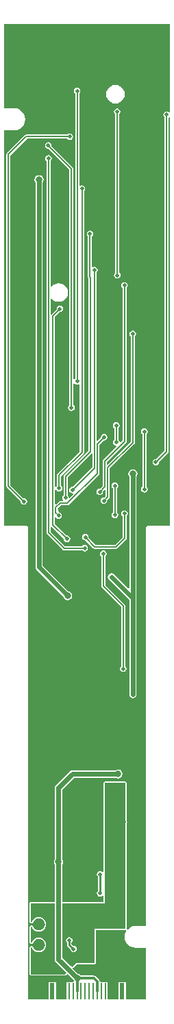
<source format=gbl>
%FSLAX25Y25*%
%MOIN*%
G70*
G01*
G75*
G04 Layer_Physical_Order=2*
G04 Layer_Color=16711680*
%ADD10R,0.07874X0.10000*%
%ADD11R,0.02756X0.06102*%
%ADD12R,0.02756X0.13386*%
%ADD13R,0.06299X0.07480*%
%ADD14R,0.03150X0.03937*%
%ADD15R,0.03150X0.03543*%
%ADD16R,0.03150X0.03543*%
%ADD17C,0.05906*%
%ADD18R,0.05118X0.15748*%
%ADD19R,0.03150X0.02559*%
%ADD20R,0.02362X0.00787*%
%ADD21R,0.03150X0.00787*%
%ADD22R,0.00787X0.02362*%
%ADD23R,0.00787X0.03150*%
%ADD24R,0.05118X0.05118*%
%ADD25R,0.05906X0.03937*%
%ADD26R,0.05906X0.12992*%
%ADD27R,0.01063X0.07874*%
%ADD28R,0.02362X0.07874*%
%ADD29R,0.02165X0.02559*%
%ADD30R,0.01575X0.03937*%
%ADD31R,0.02362X0.02756*%
%ADD32R,0.03937X0.01575*%
%ADD33R,0.01181X0.07874*%
%ADD34O,0.01181X0.07874*%
%ADD35R,0.02559X0.02165*%
%ADD36R,0.03543X0.03150*%
%ADD37R,0.03543X0.03150*%
%ADD38R,0.02756X0.02362*%
%ADD39R,0.03937X0.03150*%
%ADD40R,0.07874X0.07874*%
%ADD41C,0.00787*%
%ADD42C,0.01000*%
%ADD43C,0.02362*%
%ADD44C,0.01181*%
%ADD45C,0.01575*%
%ADD46C,0.03150*%
%ADD47C,0.01969*%
G36*
X60180Y-441588D02*
X60316Y-441765D01*
X60434Y-442051D01*
X60318Y-442202D01*
X59782Y-443495D01*
X59600Y-444882D01*
X59782Y-446270D01*
X60318Y-447563D01*
X61170Y-448673D01*
X62280Y-449525D01*
X63573Y-450060D01*
X64961Y-450243D01*
Y-450216D01*
X69863D01*
Y-475375D01*
X60210D01*
Y-466812D01*
X56666D01*
Y-475375D01*
X51410D01*
Y-466812D01*
X48673D01*
X47556Y-466589D01*
X47464Y-466128D01*
X47203Y-465737D01*
X47203Y-465737D01*
X45496Y-464030D01*
X45105Y-463769D01*
X44644Y-463678D01*
X44644Y-463678D01*
X38360D01*
X38122Y-463321D01*
X37406Y-462842D01*
X36994Y-462760D01*
X34370Y-460136D01*
X34400Y-460070D01*
D01*
X34400D01*
D01*
D01*
X34400Y-460070D01*
D01*
X34512Y-459973D01*
X34649Y-459916D01*
X36406Y-458159D01*
X44833D01*
X44951Y-458110D01*
X45078Y-458110D01*
X45168Y-458073D01*
D01*
D01*
X45168Y-458073D01*
X45258Y-457983D01*
X45285Y-457972D01*
X45297Y-457944D01*
X45341Y-457900D01*
X45385Y-457856D01*
X45413Y-457844D01*
X45424Y-457817D01*
X45514Y-457727D01*
X45514Y-457727D01*
X45514Y-457727D01*
Y-457727D01*
Y-457727D01*
X45514D01*
X45514D01*
X45514Y-457727D01*
Y-457727D01*
X45551Y-457637D01*
Y-457582D01*
X45600Y-457393D01*
X45600Y-457393D01*
X45600Y-457393D01*
Y-441663D01*
X59873D01*
X59935Y-441637D01*
X60000D01*
X60055Y-441614D01*
X60118D01*
X60180Y-441588D01*
X60180Y-441588D01*
D02*
G37*
G36*
X25674Y-455801D02*
X25811Y-456493D01*
X26203Y-457079D01*
X31393Y-462268D01*
X31143Y-462519D01*
X30680Y-462981D01*
X30463Y-463071D01*
X14104D01*
X14014Y-463034D01*
X13976Y-462944D01*
Y-450246D01*
X14378Y-449949D01*
X14562Y-450004D01*
X14795Y-450567D01*
X15363Y-451307D01*
X16103Y-451875D01*
X16965Y-452232D01*
X17890Y-452354D01*
X18815Y-452232D01*
X19677Y-451875D01*
X20417Y-451307D01*
X20985Y-450567D01*
X21342Y-449705D01*
X21464Y-448780D01*
X21342Y-447855D01*
X20985Y-446993D01*
X20417Y-446253D01*
X19677Y-445685D01*
X18815Y-445328D01*
X17890Y-445206D01*
X16965Y-445328D01*
X16103Y-445685D01*
X15363Y-446253D01*
X14795Y-446993D01*
X14562Y-447556D01*
X14378Y-447611D01*
X13976Y-447314D01*
Y-440246D01*
X14378Y-439949D01*
X14562Y-440004D01*
X14795Y-440567D01*
X15363Y-441307D01*
X16103Y-441875D01*
X16965Y-442232D01*
X17890Y-442354D01*
X18815Y-442232D01*
X19677Y-441875D01*
X20417Y-441307D01*
X20985Y-440567D01*
X21342Y-439705D01*
X21464Y-438780D01*
X21342Y-437855D01*
X20985Y-436993D01*
X20417Y-436253D01*
X19677Y-435685D01*
X18815Y-435328D01*
X17890Y-435206D01*
X16965Y-435328D01*
X16103Y-435685D01*
X15363Y-436253D01*
X14795Y-436993D01*
X14562Y-437556D01*
X14378Y-437611D01*
X13976Y-437314D01*
Y-428631D01*
X14014Y-428541D01*
X14104Y-428504D01*
X25674D01*
Y-455801D01*
D02*
G37*
G36*
X59963Y-370037D02*
X60000Y-370127D01*
Y-388292D01*
Y-389814D01*
Y-440998D01*
X59935D01*
X59873Y-441024D01*
X44961D01*
Y-441663D01*
X44961Y-441663D01*
X44961D01*
Y-457393D01*
X44923Y-457482D01*
X44833Y-457520D01*
X36102D01*
Y-457559D01*
X35954Y-457707D01*
X34197Y-459464D01*
X33197Y-458964D01*
X29287Y-455053D01*
Y-428504D01*
X50000D01*
Y-370127D01*
X50037Y-370037D01*
X50127Y-370000D01*
X59873D01*
X59963Y-370037D01*
D02*
G37*
G36*
X81674Y-43597D02*
X81214Y-43904D01*
X80693Y-43556D01*
X80079Y-43434D01*
X79464Y-43556D01*
X78943Y-43904D01*
X78595Y-44425D01*
X78473Y-45039D01*
X78595Y-45654D01*
X78943Y-46175D01*
X79075Y-46263D01*
Y-208403D01*
X74996Y-212483D01*
X74810Y-212446D01*
X74195Y-212568D01*
X73675Y-212916D01*
X73327Y-213437D01*
X73204Y-214052D01*
X73327Y-214666D01*
X73675Y-215187D01*
X74195Y-215535D01*
X74810Y-215657D01*
X75424Y-215535D01*
X75945Y-215187D01*
X76293Y-214666D01*
X76416Y-214052D01*
X76391Y-213926D01*
X80788Y-209528D01*
X81006Y-209203D01*
X81082Y-208819D01*
Y-46617D01*
X81523Y-46381D01*
X81674Y-46482D01*
Y-245060D01*
X70866D01*
X70482Y-245136D01*
X70157Y-245354D01*
X69939Y-245679D01*
X69863Y-246063D01*
Y-439548D01*
X64961D01*
Y-439521D01*
X63573Y-439704D01*
X62280Y-440239D01*
X61170Y-441091D01*
X61097Y-441187D01*
X60639Y-440998D01*
Y-389814D01*
X60737Y-389668D01*
X60859Y-389053D01*
X60737Y-388439D01*
X60639Y-388292D01*
Y-370127D01*
X60590Y-370010D01*
X60590Y-369882D01*
X60553Y-369793D01*
D01*
D01*
X60553Y-369793D01*
X60463Y-369703D01*
X60452Y-369675D01*
X60424Y-369664D01*
X60380Y-369620D01*
X60336Y-369576D01*
X60325Y-369548D01*
X60297Y-369537D01*
X60207Y-369447D01*
X60207Y-369447D01*
D01*
D01*
X60118Y-369409D01*
X59990Y-369409D01*
X59873Y-369361D01*
X50127D01*
X50010Y-369409D01*
X49883Y-369409D01*
X49793Y-369447D01*
D01*
D01*
X49793Y-369447D01*
X49703Y-369537D01*
X49675Y-369548D01*
X49664Y-369576D01*
X49620Y-369620D01*
X49576Y-369664D01*
X49548Y-369675D01*
X49537Y-369703D01*
X49447Y-369793D01*
X49447Y-369793D01*
D01*
D01*
X49409Y-369882D01*
X49409Y-370010D01*
X49361Y-370127D01*
Y-413233D01*
X48882Y-413378D01*
X48812Y-413274D01*
X48292Y-412926D01*
X47677Y-412804D01*
X47063Y-412926D01*
X46542Y-413274D01*
X46194Y-413795D01*
X46071Y-414409D01*
X46194Y-415024D01*
X46542Y-415545D01*
X46565Y-415560D01*
Y-422471D01*
X46542Y-422487D01*
X46194Y-423008D01*
X46071Y-423622D01*
X46194Y-424236D01*
X46542Y-424757D01*
X47063Y-425105D01*
X47677Y-425228D01*
X48292Y-425105D01*
X48812Y-424757D01*
X48882Y-424653D01*
X49361Y-424798D01*
Y-427865D01*
X29287D01*
Y-409580D01*
X29520Y-409231D01*
X29688Y-408386D01*
X29520Y-407541D01*
X29287Y-407192D01*
Y-373110D01*
X34961Y-367436D01*
X55223D01*
X55572Y-367670D01*
X56417Y-367838D01*
X57262Y-367670D01*
X57978Y-367191D01*
X58457Y-366475D01*
X58625Y-365630D01*
X58457Y-364785D01*
X57978Y-364069D01*
X57262Y-363590D01*
X56417Y-363422D01*
X55572Y-363590D01*
X55223Y-363824D01*
X34213D01*
X33521Y-363961D01*
X32935Y-364353D01*
X26203Y-371085D01*
X25811Y-371671D01*
X25674Y-372362D01*
X25674Y-372362D01*
X25674D01*
X25674Y-372362D01*
X25674D01*
Y-407192D01*
X25441Y-407541D01*
X25273Y-408386D01*
X25441Y-409231D01*
X25674Y-409580D01*
Y-427865D01*
X14104D01*
X13986Y-427913D01*
X13859Y-427913D01*
X13769Y-427951D01*
D01*
D01*
X13769Y-427951D01*
X13679Y-428041D01*
X13652Y-428052D01*
X13640Y-428080D01*
X13596Y-428124D01*
X13552Y-428168D01*
X13524Y-428179D01*
X13513Y-428207D01*
X13423Y-428297D01*
X13423Y-428297D01*
D01*
D01*
X13386Y-428386D01*
X13386Y-428514D01*
X13337Y-428631D01*
Y-437314D01*
X13356Y-437359D01*
X13344Y-437407D01*
X13447Y-437580D01*
X13524Y-437766D01*
X13570Y-437784D01*
X13596Y-437827D01*
X13997Y-438125D01*
X14045Y-438137D01*
X14077Y-438175D01*
X14277Y-438195D01*
X14472Y-438244D01*
X14514Y-438218D01*
X14564Y-438223D01*
X14748Y-438167D01*
X14773Y-438146D01*
X14807D01*
X14959Y-437994D01*
X15126Y-437857D01*
X15129Y-437824D01*
X15153Y-437800D01*
X15353Y-437315D01*
X15819Y-436709D01*
X16425Y-436243D01*
X17132Y-435951D01*
X17890Y-435851D01*
X18648Y-435951D01*
X19355Y-436243D01*
X19961Y-436709D01*
X20427Y-437315D01*
X20719Y-438022D01*
X20819Y-438780D01*
X20719Y-439538D01*
X20427Y-440245D01*
X19961Y-440851D01*
X19355Y-441317D01*
X18648Y-441609D01*
X17890Y-441709D01*
X17132Y-441609D01*
X16425Y-441317D01*
X15819Y-440851D01*
X15353Y-440245D01*
X15152Y-439760D01*
X15129Y-439736D01*
X15126Y-439703D01*
X14959Y-439566D01*
X14807Y-439414D01*
X14773D01*
X14747Y-439393D01*
X14563Y-439337D01*
X14514Y-439342D01*
X14472Y-439316D01*
X14277Y-439365D01*
X14077Y-439385D01*
X14045Y-439423D01*
X13997Y-439435D01*
X13596Y-439733D01*
X13570Y-439776D01*
X13524Y-439794D01*
X13447Y-439980D01*
X13344Y-440153D01*
X13356Y-440201D01*
X13337Y-440246D01*
Y-447314D01*
X13356Y-447359D01*
X13344Y-447407D01*
X13447Y-447580D01*
X13524Y-447766D01*
X13570Y-447785D01*
X13596Y-447827D01*
X13997Y-448125D01*
X14045Y-448137D01*
X14077Y-448175D01*
X14277Y-448195D01*
X14472Y-448244D01*
X14514Y-448218D01*
X14564Y-448223D01*
X14748Y-448167D01*
X14773Y-448146D01*
X14807D01*
X14959Y-447994D01*
X15126Y-447857D01*
X15129Y-447824D01*
X15153Y-447800D01*
X15353Y-447315D01*
X15819Y-446709D01*
X16425Y-446243D01*
X17132Y-445951D01*
X17890Y-445851D01*
X18648Y-445951D01*
X19355Y-446243D01*
X19961Y-446709D01*
X20427Y-447315D01*
X20719Y-448022D01*
X20819Y-448780D01*
X20719Y-449538D01*
X20427Y-450245D01*
X19961Y-450851D01*
X19355Y-451317D01*
X18648Y-451609D01*
X17890Y-451709D01*
X17132Y-451609D01*
X16425Y-451317D01*
X15819Y-450851D01*
X15353Y-450245D01*
X15152Y-449760D01*
X15129Y-449736D01*
X15126Y-449703D01*
X14959Y-449566D01*
X14807Y-449414D01*
X14773D01*
X14747Y-449393D01*
X14563Y-449337D01*
X14514Y-449342D01*
X14472Y-449316D01*
X14277Y-449365D01*
X14077Y-449385D01*
X14045Y-449423D01*
X13997Y-449435D01*
X13596Y-449733D01*
X13570Y-449776D01*
X13524Y-449794D01*
X13447Y-449980D01*
X13344Y-450153D01*
X13356Y-450201D01*
X13337Y-450246D01*
Y-462944D01*
X13386Y-463061D01*
X13386Y-463188D01*
X13423Y-463278D01*
D01*
D01*
X13423Y-463278D01*
X13513Y-463368D01*
X13524Y-463396D01*
X13552Y-463407D01*
X13596Y-463451D01*
X13640Y-463495D01*
X13652Y-463523D01*
X13679Y-463534D01*
X13769Y-463624D01*
X13769Y-463624D01*
D01*
D01*
X13859Y-463661D01*
X13986Y-463661D01*
X14104Y-463710D01*
X30463D01*
X30581Y-463661D01*
X30708D01*
X30925Y-463572D01*
X31015Y-463482D01*
X31132Y-463433D01*
X31595Y-462971D01*
X31595Y-462971D01*
Y-462971D01*
X32095Y-462971D01*
X34439Y-465315D01*
X34521Y-465727D01*
X34952Y-466371D01*
X34716Y-466812D01*
X31450D01*
Y-475375D01*
X26194D01*
Y-466812D01*
X22650D01*
Y-475375D01*
X12815D01*
Y-246063D01*
X12738Y-245679D01*
X12521Y-245354D01*
X12195Y-245136D01*
X11811Y-245060D01*
X1003D01*
Y-52578D01*
X5906D01*
Y-52605D01*
X7293Y-52422D01*
X8586Y-51887D01*
X9696Y-51035D01*
X10548Y-49924D01*
X11084Y-48632D01*
X11266Y-47244D01*
X11084Y-45857D01*
X10548Y-44564D01*
X9696Y-43453D01*
X8586Y-42601D01*
X7293Y-42066D01*
X5906Y-41883D01*
Y-41910D01*
X1003D01*
Y-1003D01*
X81674D01*
Y-43597D01*
D02*
G37*
%LPC*%
G36*
X63661Y-217452D02*
X62817Y-217620D01*
X62100Y-218098D01*
X61622Y-218814D01*
X61454Y-219659D01*
X61622Y-220504D01*
X61855Y-220853D01*
Y-275261D01*
X61393Y-275453D01*
X54513Y-268573D01*
X53927Y-268181D01*
X53236Y-268044D01*
X52545Y-268181D01*
X51959Y-268573D01*
X51567Y-269159D01*
X51429Y-269850D01*
X51567Y-270541D01*
X51959Y-271127D01*
X61855Y-281024D01*
Y-326969D01*
X61993Y-327660D01*
X62384Y-328246D01*
X62970Y-328637D01*
X63661Y-328775D01*
X64353Y-328637D01*
X64939Y-328246D01*
X65330Y-327660D01*
X65468Y-326969D01*
Y-280276D01*
Y-220853D01*
X65701Y-220504D01*
X65869Y-219659D01*
X65701Y-218814D01*
X65223Y-218098D01*
X64506Y-217620D01*
X63661Y-217452D01*
D02*
G37*
G36*
X59606Y-237410D02*
X58992Y-237532D01*
X58471Y-237880D01*
X58123Y-238401D01*
X58001Y-239016D01*
X58123Y-239630D01*
X58471Y-240151D01*
X58603Y-240239D01*
Y-250458D01*
X54978Y-254083D01*
X45463D01*
X42069Y-250689D01*
X42100Y-250534D01*
X41978Y-249919D01*
X41630Y-249398D01*
X41109Y-249050D01*
X40494Y-248928D01*
X39880Y-249050D01*
X39359Y-249398D01*
X39011Y-249919D01*
X38889Y-250534D01*
X39011Y-251148D01*
X39359Y-251669D01*
X39880Y-252017D01*
X40494Y-252139D01*
X40650Y-252109D01*
X44337Y-255796D01*
X44555Y-255941D01*
X44663Y-256013D01*
X45047Y-256090D01*
X55394D01*
X55778Y-256013D01*
X56103Y-255796D01*
X60316Y-251583D01*
X60533Y-251258D01*
X60610Y-250874D01*
X60610Y-250874D01*
X60610Y-250874D01*
Y-250874D01*
Y-240239D01*
X60742Y-240151D01*
X61090Y-239630D01*
X61212Y-239016D01*
X61090Y-238401D01*
X60742Y-237880D01*
X60221Y-237532D01*
X59606Y-237410D01*
D02*
G37*
G36*
X17992Y-74406D02*
X17147Y-74575D01*
X16431Y-75053D01*
X15952Y-75769D01*
X15784Y-76614D01*
X15952Y-77459D01*
X16186Y-77808D01*
Y-265015D01*
X16186Y-265015D01*
X16186D01*
X16323Y-265706D01*
X16715Y-266292D01*
X29761Y-279338D01*
X29843Y-279750D01*
X30321Y-280466D01*
X31037Y-280945D01*
X31882Y-281113D01*
X32727Y-280945D01*
X33443Y-280466D01*
X33922Y-279750D01*
X34090Y-278905D01*
X33922Y-278060D01*
X33443Y-277344D01*
X32727Y-276865D01*
X32315Y-276783D01*
X19798Y-264267D01*
Y-77808D01*
X20032Y-77459D01*
X20200Y-76614D01*
X20032Y-75769D01*
X19553Y-75053D01*
X18837Y-74575D01*
X17992Y-74406D01*
D02*
G37*
G36*
X32677Y-444969D02*
X32063Y-445091D01*
X31542Y-445439D01*
X31194Y-445960D01*
X31071Y-446575D01*
X31194Y-447189D01*
X31542Y-447710D01*
X31565Y-447726D01*
Y-448647D01*
X31565Y-448647D01*
X31650Y-449072D01*
X31891Y-449433D01*
X33210Y-450752D01*
X33205Y-450780D01*
X33327Y-451395D01*
X33675Y-451915D01*
X34196Y-452263D01*
X34811Y-452386D01*
X35425Y-452263D01*
X35946Y-451915D01*
X36294Y-451395D01*
X36416Y-450780D01*
X36294Y-450166D01*
X35946Y-449645D01*
X35425Y-449297D01*
X34811Y-449174D01*
X34783Y-449180D01*
X33789Y-448186D01*
Y-447726D01*
X33812Y-447710D01*
X34161Y-447189D01*
X34283Y-446575D01*
X34161Y-445960D01*
X33812Y-445439D01*
X33292Y-445091D01*
X32677Y-444969D01*
D02*
G37*
G36*
X49213Y-256938D02*
X48598Y-257060D01*
X48077Y-257408D01*
X47729Y-257929D01*
X47607Y-258543D01*
X47729Y-259158D01*
X48077Y-259679D01*
X48209Y-259767D01*
Y-274213D01*
X48209Y-274213D01*
X48209D01*
X48285Y-274597D01*
X48503Y-274922D01*
X57954Y-284373D01*
Y-313205D01*
X57822Y-313293D01*
X57474Y-313814D01*
X57352Y-314428D01*
X57474Y-315042D01*
X57822Y-315563D01*
X58343Y-315912D01*
X58958Y-316034D01*
X59572Y-315912D01*
X60093Y-315563D01*
X60441Y-315042D01*
X60563Y-314428D01*
X60441Y-313814D01*
X60093Y-313293D01*
X59961Y-313205D01*
Y-283958D01*
X59885Y-283574D01*
X59813Y-283466D01*
X59667Y-283248D01*
X50216Y-273797D01*
Y-259767D01*
X50348Y-259679D01*
X50696Y-259158D01*
X50818Y-258543D01*
X50696Y-257929D01*
X50348Y-257408D01*
X49827Y-257060D01*
X49213Y-256938D01*
D02*
G37*
G36*
X55984Y-41977D02*
X55370Y-42099D01*
X54849Y-42447D01*
X54501Y-42968D01*
X54379Y-43583D01*
X54501Y-44197D01*
X54849Y-44718D01*
X55059Y-44859D01*
Y-121887D01*
X54928Y-121975D01*
X54580Y-122496D01*
X54457Y-123110D01*
X54580Y-123725D01*
X54928Y-124246D01*
X55449Y-124594D01*
X56063Y-124716D01*
X56677Y-124594D01*
X57198Y-124246D01*
X57546Y-123725D01*
X57669Y-123110D01*
X57546Y-122496D01*
X57198Y-121975D01*
X57067Y-121887D01*
Y-44754D01*
X57120Y-44718D01*
X57468Y-44197D01*
X57590Y-43583D01*
X57468Y-42968D01*
X57120Y-42447D01*
X56599Y-42099D01*
X55984Y-41977D01*
D02*
G37*
G36*
X36496Y-31898D02*
X35882Y-32021D01*
X35361Y-32369D01*
X35013Y-32890D01*
X34890Y-33504D01*
X35013Y-34118D01*
X35361Y-34639D01*
X35493Y-34727D01*
Y-173419D01*
X35091Y-173717D01*
X34744Y-173612D01*
Y-71260D01*
X34680Y-70939D01*
X34667Y-70876D01*
X34450Y-70550D01*
X24055Y-60155D01*
X24086Y-60000D01*
X23964Y-59386D01*
X23616Y-58865D01*
X23095Y-58517D01*
X22480Y-58394D01*
X21866Y-58517D01*
X21345Y-58865D01*
X20997Y-59386D01*
X20875Y-60000D01*
X20997Y-60615D01*
X21345Y-61135D01*
X21866Y-61483D01*
X22480Y-61606D01*
X22636Y-61575D01*
X32737Y-71675D01*
Y-186296D01*
X32605Y-186384D01*
X32257Y-186905D01*
X32135Y-187520D01*
X32257Y-188134D01*
X32605Y-188655D01*
X33126Y-189003D01*
X33740Y-189125D01*
X34355Y-189003D01*
X34876Y-188655D01*
X35224Y-188134D01*
X35346Y-187520D01*
X35224Y-186905D01*
X34876Y-186384D01*
X34744Y-186296D01*
Y-175758D01*
X35222Y-175613D01*
X35361Y-175820D01*
X35882Y-176169D01*
X36496Y-176291D01*
X37110Y-176169D01*
X37374Y-175992D01*
X37815Y-176228D01*
Y-208836D01*
X27007Y-219645D01*
X26789Y-219970D01*
X26713Y-220354D01*
Y-225469D01*
X26581Y-225557D01*
X26246Y-226060D01*
X25767Y-225914D01*
Y-143250D01*
X27994Y-141024D01*
X28150Y-141054D01*
X28764Y-140932D01*
X29285Y-140584D01*
X29633Y-140063D01*
X29755Y-139449D01*
X29633Y-138834D01*
X29285Y-138313D01*
X28764Y-137965D01*
X28150Y-137843D01*
X27535Y-137965D01*
X27014Y-138313D01*
X26666Y-138834D01*
X26544Y-139449D01*
X26575Y-139604D01*
X24064Y-142115D01*
X24000Y-142089D01*
X23602Y-141823D01*
Y-134554D01*
X24075Y-134394D01*
X24330Y-134725D01*
X25276Y-135451D01*
X26377Y-135907D01*
X27559Y-136063D01*
X28741Y-135907D01*
X29842Y-135451D01*
X30788Y-134725D01*
X31514Y-133779D01*
X31970Y-132678D01*
X32126Y-131496D01*
X31970Y-130314D01*
X31514Y-129213D01*
X30788Y-128267D01*
X29842Y-127541D01*
X28741Y-127085D01*
X27559Y-126929D01*
X26377Y-127085D01*
X25276Y-127541D01*
X24330Y-128267D01*
X24075Y-128599D01*
X23602Y-128438D01*
Y-67523D01*
X23734Y-67435D01*
X24082Y-66914D01*
X24204Y-66299D01*
X24082Y-65685D01*
X23734Y-65164D01*
X23213Y-64816D01*
X22598Y-64694D01*
X21984Y-64816D01*
X21463Y-65164D01*
X21115Y-65685D01*
X20993Y-66299D01*
X21115Y-66914D01*
X21463Y-67435D01*
X21595Y-67523D01*
Y-248307D01*
X21595Y-248307D01*
X21595D01*
X21671Y-248691D01*
X21889Y-249017D01*
X29448Y-256576D01*
X29773Y-256793D01*
X30158Y-256870D01*
X38934D01*
X39022Y-257001D01*
X39543Y-257350D01*
X40157Y-257472D01*
X40772Y-257350D01*
X41293Y-257001D01*
X41641Y-256481D01*
X41763Y-255866D01*
X41641Y-255252D01*
X41293Y-254731D01*
X40772Y-254383D01*
X40157Y-254260D01*
X39543Y-254383D01*
X39022Y-254731D01*
X38934Y-254863D01*
X30573D01*
X23602Y-247891D01*
Y-245500D01*
X24000Y-245234D01*
X24064Y-245208D01*
X30000Y-251144D01*
X29969Y-251299D01*
X30091Y-251914D01*
X30439Y-252435D01*
X30960Y-252783D01*
X31575Y-252905D01*
X32189Y-252783D01*
X32710Y-252435D01*
X33058Y-251914D01*
X33180Y-251299D01*
X33058Y-250685D01*
X32710Y-250164D01*
X32189Y-249816D01*
X31575Y-249694D01*
X31419Y-249725D01*
X25767Y-244073D01*
Y-241034D01*
X26246Y-240889D01*
X26384Y-241096D01*
X26905Y-241444D01*
X27520Y-241566D01*
X28134Y-241444D01*
X28655Y-241096D01*
X29003Y-240575D01*
X29125Y-239961D01*
X29003Y-239346D01*
X28655Y-238825D01*
X28134Y-238477D01*
X27520Y-238355D01*
X27145Y-236472D01*
Y-236439D01*
X28644Y-234941D01*
X31811D01*
X32195Y-234864D01*
X32521Y-234647D01*
X47048Y-220119D01*
X47266Y-219794D01*
X47278Y-219730D01*
X47342Y-219409D01*
Y-205534D01*
X49490Y-203386D01*
X49646Y-203417D01*
X50260Y-203294D01*
X50781Y-202946D01*
X51129Y-202426D01*
X51251Y-201811D01*
X51129Y-201197D01*
X50781Y-200676D01*
X50260Y-200328D01*
X49646Y-200205D01*
X49031Y-200328D01*
X48510Y-200676D01*
X48162Y-201197D01*
X48040Y-201811D01*
X48071Y-201967D01*
X46426Y-203611D01*
X45964Y-203420D01*
Y-121853D01*
X46096Y-121765D01*
X46444Y-121244D01*
X46566Y-120630D01*
X46444Y-120016D01*
X46096Y-119495D01*
X45575Y-119147D01*
X44961Y-119024D01*
X44346Y-119147D01*
X44240Y-119218D01*
X43799Y-118982D01*
Y-104216D01*
X43931Y-104128D01*
X44279Y-103607D01*
X44401Y-102992D01*
X44279Y-102378D01*
X43931Y-101857D01*
X43410Y-101509D01*
X42795Y-101386D01*
X42181Y-101509D01*
X41660Y-101857D01*
X41312Y-102378D01*
X41190Y-102992D01*
X41312Y-103607D01*
X41660Y-104128D01*
X41792Y-104216D01*
Y-123791D01*
X41792Y-123791D01*
X41792D01*
X41868Y-124175D01*
X41870Y-124179D01*
Y-208403D01*
X30117Y-220157D01*
X29900Y-220482D01*
X29823Y-220866D01*
Y-230154D01*
X29691Y-230243D01*
X29343Y-230764D01*
X29221Y-231378D01*
X29343Y-231992D01*
X29678Y-232492D01*
X29566Y-232700D01*
X29411Y-232933D01*
X28228D01*
X27908Y-232997D01*
X27844Y-233010D01*
X27519Y-233227D01*
X26229Y-234517D01*
X25767Y-234326D01*
Y-227471D01*
X26246Y-227326D01*
X26581Y-227828D01*
X27102Y-228176D01*
X27716Y-228299D01*
X28331Y-228176D01*
X28852Y-227828D01*
X29200Y-227307D01*
X29322Y-226693D01*
X29200Y-226079D01*
X28852Y-225557D01*
X28720Y-225469D01*
Y-220770D01*
X39529Y-209962D01*
X39746Y-209636D01*
X39822Y-209252D01*
Y-82208D01*
X39954Y-82120D01*
X40302Y-81599D01*
X40424Y-80984D01*
X40302Y-80370D01*
X39954Y-79849D01*
X39433Y-79501D01*
X38819Y-79379D01*
X38204Y-79501D01*
X37941Y-79677D01*
X37500Y-79441D01*
Y-34727D01*
X37631Y-34639D01*
X37980Y-34118D01*
X38102Y-33504D01*
X37980Y-32890D01*
X37631Y-32369D01*
X37110Y-32021D01*
X36496Y-31898D01*
D02*
G37*
G36*
X55118Y-30473D02*
X53936Y-30628D01*
X52835Y-31085D01*
X51889Y-31810D01*
X51163Y-32756D01*
X50707Y-33858D01*
X50551Y-35039D01*
X50707Y-36221D01*
X51163Y-37323D01*
X51889Y-38269D01*
X52835Y-38994D01*
X53936Y-39450D01*
X55118Y-39606D01*
X56300Y-39450D01*
X57402Y-38994D01*
X58347Y-38269D01*
X59073Y-37323D01*
X59529Y-36221D01*
X59685Y-35039D01*
X59529Y-33858D01*
X59073Y-32756D01*
X58347Y-31810D01*
X57402Y-31085D01*
X56300Y-30628D01*
X55118Y-30473D01*
D02*
G37*
G36*
X32913Y-54103D02*
X32299Y-54225D01*
X31778Y-54573D01*
X31690Y-54705D01*
X11772D01*
X11388Y-54782D01*
X11280Y-54854D01*
X11062Y-54999D01*
X2401Y-63661D01*
X2183Y-63986D01*
X2107Y-64370D01*
Y-225630D01*
X2107Y-225630D01*
X2107D01*
X2183Y-226014D01*
X2401Y-226340D01*
X9016Y-232955D01*
X8985Y-233110D01*
X9107Y-233725D01*
X9455Y-234246D01*
X9976Y-234594D01*
X10591Y-234716D01*
X11205Y-234594D01*
X11726Y-234246D01*
X12074Y-233725D01*
X12196Y-233110D01*
X12074Y-232496D01*
X11726Y-231975D01*
X11205Y-231627D01*
X10591Y-231505D01*
X10435Y-231536D01*
X4114Y-225214D01*
Y-64786D01*
X12187Y-56712D01*
X31690D01*
X31778Y-56844D01*
X32299Y-57192D01*
X32913Y-57314D01*
X33528Y-57192D01*
X34049Y-56844D01*
X34397Y-56323D01*
X34519Y-55709D01*
X34397Y-55094D01*
X34049Y-54573D01*
X33528Y-54225D01*
X32913Y-54103D01*
D02*
G37*
G36*
X69252Y-197568D02*
X68638Y-197690D01*
X68117Y-198038D01*
X67769Y-198559D01*
X67646Y-199173D01*
X67769Y-199788D01*
X68117Y-200309D01*
X68248Y-200397D01*
Y-225981D01*
X68117Y-226069D01*
X67769Y-226590D01*
X67646Y-227205D01*
X67769Y-227819D01*
X68117Y-228340D01*
X68638Y-228688D01*
X69252Y-228810D01*
X69866Y-228688D01*
X70387Y-228340D01*
X70735Y-227819D01*
X70858Y-227205D01*
X70735Y-226590D01*
X70387Y-226069D01*
X70256Y-225981D01*
Y-200397D01*
X70387Y-200309D01*
X70735Y-199788D01*
X70858Y-199173D01*
X70735Y-198559D01*
X70387Y-198038D01*
X69866Y-197690D01*
X69252Y-197568D01*
D02*
G37*
G36*
X54921Y-223867D02*
X54307Y-223989D01*
X53786Y-224337D01*
X53438Y-224858D01*
X53316Y-225472D01*
X53438Y-226087D01*
X53786Y-226608D01*
X53918Y-226696D01*
Y-238383D01*
X53786Y-238471D01*
X53438Y-238992D01*
X53316Y-239606D01*
X53438Y-240221D01*
X53786Y-240742D01*
X54307Y-241090D01*
X54921Y-241212D01*
X55536Y-241090D01*
X56057Y-240742D01*
X56405Y-240221D01*
X56527Y-239606D01*
X56405Y-238992D01*
X56057Y-238471D01*
X55925Y-238383D01*
Y-226696D01*
X56057Y-226608D01*
X56405Y-226087D01*
X56527Y-225472D01*
X56405Y-224858D01*
X56057Y-224337D01*
X55536Y-223989D01*
X54921Y-223867D01*
D02*
G37*
G36*
X59595Y-126415D02*
X58981Y-126537D01*
X58460Y-126885D01*
X58112Y-127406D01*
X57990Y-128021D01*
X58112Y-128635D01*
X58460Y-129156D01*
X58592Y-129244D01*
Y-203403D01*
X57649Y-204346D01*
X57170Y-204201D01*
X57074Y-203716D01*
X56726Y-203195D01*
X56594Y-203107D01*
Y-197405D01*
X56726Y-197317D01*
X57074Y-196796D01*
X57196Y-196181D01*
X57074Y-195567D01*
X56726Y-195046D01*
X56205Y-194698D01*
X55590Y-194576D01*
X54976Y-194698D01*
X54455Y-195046D01*
X54107Y-195567D01*
X53985Y-196181D01*
X54107Y-196796D01*
X54455Y-197317D01*
X54587Y-197405D01*
Y-203107D01*
X54455Y-203195D01*
X54107Y-203716D01*
X53985Y-204331D01*
X54107Y-204945D01*
X54455Y-205466D01*
X54976Y-205814D01*
X55461Y-205911D01*
X55606Y-206389D01*
X49290Y-212705D01*
X49073Y-213030D01*
X48996Y-213414D01*
Y-225569D01*
X47675Y-226890D01*
X47520Y-226859D01*
X46905Y-226981D01*
X46384Y-227329D01*
X46036Y-227850D01*
X45914Y-228465D01*
X46036Y-229079D01*
X46384Y-229600D01*
X46905Y-229948D01*
X47520Y-230070D01*
X48134Y-229948D01*
X48655Y-229600D01*
X49003Y-229079D01*
X49125Y-228465D01*
X49094Y-228309D01*
X49913Y-227491D01*
X50374Y-227682D01*
Y-230446D01*
X49642Y-231179D01*
X49486Y-231148D01*
X48872Y-231270D01*
X48351Y-231618D01*
X48003Y-232139D01*
X47881Y-232754D01*
X48003Y-233368D01*
X48351Y-233889D01*
X48872Y-234237D01*
X49486Y-234360D01*
X50101Y-234237D01*
X50621Y-233889D01*
X50970Y-233368D01*
X51092Y-232754D01*
X51061Y-232598D01*
X52087Y-231572D01*
X52233Y-231354D01*
X52305Y-231246D01*
X52381Y-230862D01*
Y-217069D01*
X64332Y-205119D01*
X64549Y-204794D01*
X64562Y-204730D01*
X64626Y-204409D01*
Y-152838D01*
X64757Y-152750D01*
X65105Y-152229D01*
X65228Y-151614D01*
X65105Y-151000D01*
X64757Y-150479D01*
X64236Y-150131D01*
X63622Y-150008D01*
X63008Y-150131D01*
X62487Y-150479D01*
X62139Y-151000D01*
X62016Y-151614D01*
X62139Y-152229D01*
X62487Y-152750D01*
X62618Y-152838D01*
Y-203994D01*
X51465Y-215147D01*
X51003Y-214955D01*
Y-213830D01*
X60305Y-204528D01*
X60523Y-204203D01*
X60599Y-203819D01*
Y-129244D01*
X60731Y-129156D01*
X61079Y-128635D01*
X61201Y-128021D01*
X61079Y-127406D01*
X60731Y-126885D01*
X60210Y-126537D01*
X59595Y-126415D01*
D02*
G37*
%LPD*%
G36*
X43957Y-209808D02*
Y-216361D01*
X34351Y-225967D01*
X34195Y-225936D01*
X33581Y-226058D01*
X33060Y-226406D01*
X32712Y-226927D01*
X32590Y-227542D01*
X32712Y-228156D01*
X33060Y-228677D01*
X33581Y-229025D01*
X34195Y-229147D01*
X34582Y-229070D01*
X34817Y-229511D01*
X32893Y-231435D01*
X32415Y-231290D01*
X32310Y-230764D01*
X31962Y-230243D01*
X31830Y-230154D01*
Y-221282D01*
X43495Y-209617D01*
X43957Y-209808D01*
D02*
G37*
D27*
X30603Y-471340D02*
D03*
X32572D02*
D03*
X34540D02*
D03*
X36509D02*
D03*
X38477D02*
D03*
X40446D02*
D03*
X52257D02*
D03*
X50288D02*
D03*
X48320D02*
D03*
X46351D02*
D03*
X44383D02*
D03*
X42414D02*
D03*
D28*
X24422D02*
D03*
X58438D02*
D03*
D41*
X49213Y-274213D02*
Y-258543D01*
Y-274213D02*
X58958Y-283958D01*
Y-314428D02*
Y-283958D01*
X49486Y-232754D02*
X51378Y-230862D01*
Y-216653D01*
X63622Y-204409D01*
Y-151614D01*
X47520Y-228465D02*
X50000Y-225984D01*
Y-213414D01*
X59595Y-203819D01*
Y-128021D01*
X54921Y-239606D02*
Y-225472D01*
X40494Y-250534D02*
X45047Y-255086D01*
X55394D01*
X59606Y-250874D01*
Y-239016D01*
X69252Y-227205D02*
Y-199173D01*
X34195Y-227542D02*
X44961Y-216776D01*
Y-120630D01*
X80079Y-208819D02*
Y-45039D01*
X74846Y-214052D02*
X80079Y-208819D01*
X74810Y-214052D02*
X74846D01*
X42795Y-123791D02*
X42874Y-123870D01*
X30827Y-220866D02*
X42874Y-208819D01*
Y-123870D01*
X42795Y-123791D02*
Y-102992D01*
X30827Y-231378D02*
Y-220866D01*
X27716Y-226693D02*
Y-220354D01*
X38819Y-209252D01*
Y-80984D01*
X3110Y-225630D02*
X10591Y-233110D01*
X3110Y-225630D02*
Y-64370D01*
X11772Y-55709D01*
X32913D01*
X36496Y-174685D02*
Y-33504D01*
X33740Y-187520D02*
Y-71260D01*
X22480Y-60000D02*
X33740Y-71260D01*
X22598Y-248307D02*
Y-66299D01*
X30158Y-255866D02*
X40157D01*
X22598Y-248307D02*
X30158Y-255866D01*
X24764Y-244488D02*
X31575Y-251299D01*
X24764Y-244488D02*
Y-142835D01*
X28150Y-139449D01*
X56063Y-123110D02*
Y-43661D01*
X55984Y-43583D02*
X56063Y-43661D01*
X46339Y-205118D02*
X49646Y-201811D01*
X26142Y-238583D02*
X27520Y-239961D01*
X26142Y-238583D02*
Y-236024D01*
X28228Y-233937D01*
X31811D01*
X46339Y-219409D01*
Y-205118D01*
X55590Y-204331D02*
Y-196181D01*
D42*
X32677Y-448647D02*
X34811Y-450780D01*
X32677Y-448647D02*
Y-446575D01*
X47677Y-423622D02*
Y-414409D01*
D43*
X63661Y-280276D02*
Y-219659D01*
X17992Y-265015D02*
Y-76614D01*
Y-265015D02*
X31882Y-278905D01*
X63661Y-326969D02*
Y-280276D01*
X53236Y-269850D02*
X63661Y-280276D01*
X27480Y-455801D02*
Y-408386D01*
Y-455801D02*
X36561Y-464882D01*
X55630Y-365630D02*
X56417D01*
X27480Y-408386D02*
Y-372362D01*
X34213Y-365630D01*
X56417D01*
D44*
X36509Y-471340D02*
Y-464934D01*
X36561Y-464882D02*
X44644D01*
X46351Y-466589D01*
Y-471340D02*
Y-466589D01*
D46*
X63661Y-219659D02*
D03*
X17992Y-76614D02*
D03*
X31882Y-278905D02*
D03*
X56417Y-365630D02*
D03*
X27480Y-408386D02*
D03*
X36561Y-464882D02*
D03*
X47874Y-430669D02*
D03*
X43465Y-433898D02*
D03*
X46968Y-390905D02*
D03*
Y-409410D02*
D03*
Y-401260D02*
D03*
X67165Y-366890D02*
D03*
X45039Y-370590D02*
D03*
Y-375630D02*
D03*
Y-381535D02*
D03*
X62283Y-366890D02*
D03*
X46968Y-396339D02*
D03*
X32323Y-417165D02*
D03*
X32047Y-424409D02*
D03*
X40748Y-415827D02*
D03*
X15236Y-413858D02*
D03*
X19961Y-385472D02*
D03*
X20039Y-365197D02*
D03*
X27441Y-365118D02*
D03*
X19331Y-287638D02*
D03*
X30158Y-288032D02*
D03*
X19331Y-297520D02*
D03*
X30158D02*
D03*
X19331Y-305827D02*
D03*
X30158Y-305472D02*
D03*
X19331Y-314449D02*
D03*
X30158Y-314370D02*
D03*
X38937Y-461417D02*
D03*
X39567Y-430945D02*
D03*
D47*
X57205Y-172283D02*
D03*
X58958Y-314428D02*
D03*
X63661Y-326969D02*
D03*
X53236Y-269850D02*
D03*
X56653Y-424173D02*
D03*
X56693Y-386575D02*
D03*
X59254Y-389053D02*
D03*
X34811Y-450780D02*
D03*
X32677Y-446575D02*
D03*
X2441Y-15827D02*
D03*
X3268Y-25197D02*
D03*
X2913Y-40472D02*
D03*
X74016Y-43780D02*
D03*
X46024Y-35984D02*
D03*
X53189Y-60984D02*
D03*
X61535Y-87087D02*
D03*
X54016Y-104646D02*
D03*
X10748Y-113504D02*
D03*
X8071Y-161457D02*
D03*
X74016Y-240709D02*
D03*
X62520Y-214134D02*
D03*
X42992Y-214055D02*
D03*
X75945Y-157874D02*
D03*
X40905Y-124764D02*
D03*
X55748Y-262559D02*
D03*
X20787Y-277913D02*
D03*
X33150Y-274252D02*
D03*
X45709Y-290354D02*
D03*
X67559Y-338976D02*
D03*
X67874Y-309842D02*
D03*
X62638Y-457087D02*
D03*
X66850Y-457126D02*
D03*
X58701D02*
D03*
X66850Y-461299D02*
D03*
X51575Y-313228D02*
D03*
X47638Y-354803D02*
D03*
Y-360591D02*
D03*
X35315Y-357441D02*
D03*
X35197Y-371024D02*
D03*
X36575Y-388583D02*
D03*
X14528Y-396260D02*
D03*
X15512Y-410000D02*
D03*
X32795Y-409449D02*
D03*
X38819Y-420079D02*
D03*
Y-424764D02*
D03*
X43780Y-420039D02*
D03*
Y-424882D02*
D03*
X29685Y-157165D02*
D03*
X30394Y-35512D02*
D03*
X49213Y-144803D02*
D03*
X47677Y-423622D02*
D03*
Y-414409D02*
D03*
X39134Y-240394D02*
D03*
Y-237717D02*
D03*
X41693Y-240394D02*
D03*
Y-237717D02*
D03*
X54921Y-239606D02*
D03*
X59488Y-233740D02*
D03*
X49486Y-232754D02*
D03*
X63622Y-151614D02*
D03*
X47520Y-228465D02*
D03*
X59595Y-128021D02*
D03*
X54921Y-225472D02*
D03*
X49213Y-258543D02*
D03*
X40494Y-250534D02*
D03*
X59606Y-239016D02*
D03*
X69252Y-227205D02*
D03*
Y-199173D02*
D03*
X30827Y-231378D02*
D03*
X34195Y-227542D02*
D03*
X44961Y-120630D02*
D03*
X80079Y-45039D02*
D03*
X74810Y-214052D02*
D03*
X42795Y-102992D02*
D03*
X27716Y-226693D02*
D03*
X38819Y-80984D02*
D03*
X10591Y-233110D02*
D03*
X32913Y-55709D02*
D03*
X36496Y-174685D02*
D03*
Y-33504D02*
D03*
X33740Y-187520D02*
D03*
X22480Y-60000D02*
D03*
X22598Y-66299D02*
D03*
X40157Y-255866D02*
D03*
X31575Y-251299D02*
D03*
X28150Y-139449D02*
D03*
X56063Y-123110D02*
D03*
X55984Y-43583D02*
D03*
X34488Y-221890D02*
D03*
X56575Y-247362D02*
D03*
X49646Y-201811D02*
D03*
X27520Y-239961D02*
D03*
X55590Y-204331D02*
D03*
Y-196181D02*
D03*
X46384Y-250506D02*
D03*
X36772Y-253465D02*
D03*
X32953Y-259409D02*
D03*
X33150Y-247835D02*
D03*
X23110Y-257638D02*
D03*
M02*

</source>
